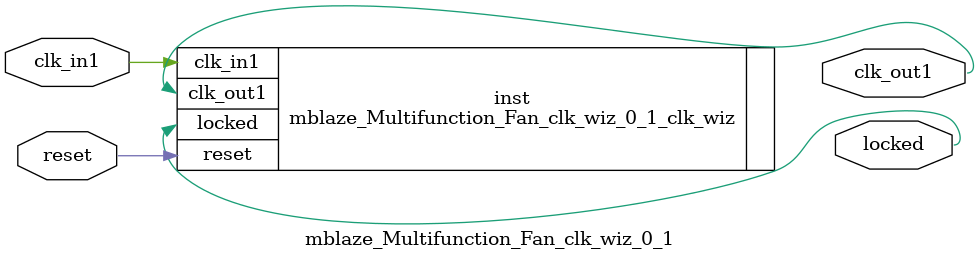
<source format=v>


`timescale 1ps/1ps

(* CORE_GENERATION_INFO = "mblaze_Multifunction_Fan_clk_wiz_0_1,clk_wiz_v6_0_4_0_0,{component_name=mblaze_Multifunction_Fan_clk_wiz_0_1,use_phase_alignment=true,use_min_o_jitter=false,use_max_i_jitter=false,use_dyn_phase_shift=false,use_inclk_switchover=false,use_dyn_reconfig=false,enable_axi=0,feedback_source=FDBK_AUTO,PRIMITIVE=MMCM,num_out_clk=1,clkin1_period=10.000,clkin2_period=10.000,use_power_down=false,use_reset=true,use_locked=true,use_inclk_stopped=false,feedback_type=SINGLE,CLOCK_MGR_TYPE=NA,manual_override=false}" *)

module mblaze_Multifunction_Fan_clk_wiz_0_1 
 (
  // Clock out ports
  output        clk_out1,
  // Status and control signals
  input         reset,
  output        locked,
 // Clock in ports
  input         clk_in1
 );

  mblaze_Multifunction_Fan_clk_wiz_0_1_clk_wiz inst
  (
  // Clock out ports  
  .clk_out1(clk_out1),
  // Status and control signals               
  .reset(reset), 
  .locked(locked),
 // Clock in ports
  .clk_in1(clk_in1)
  );

endmodule

</source>
